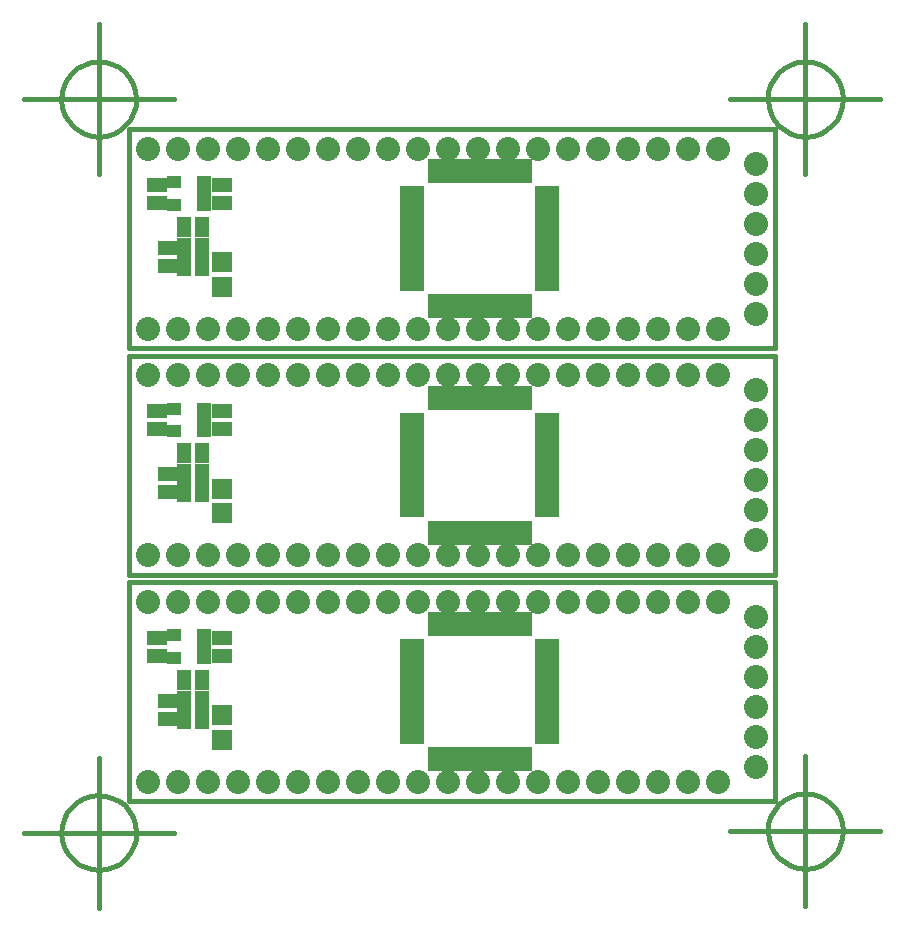
<source format=gts>
G04 (created by PCBNEW-RS274X (2010-03-14)-final) date dom 30 oct 2011 23:58:25 ART*
G01*
G70*
G90*
%MOIN*%
G04 Gerber Fmt 3.4, Leading zero omitted, Abs format*
%FSLAX34Y34*%
G04 APERTURE LIST*
%ADD10C,0.000000*%
%ADD11C,0.015000*%
%ADD12R,0.036000X0.080000*%
%ADD13R,0.080000X0.036000*%
%ADD14R,0.050000X0.040000*%
%ADD15R,0.065000X0.045000*%
%ADD16R,0.045000X0.065000*%
%ADD17R,0.067200X0.067200*%
%ADD18O,0.080000X0.080000*%
G04 APERTURE END LIST*
G54D10*
G54D11*
X79150Y-29750D02*
X79126Y-29992D01*
X79055Y-30226D01*
X78941Y-30441D01*
X78786Y-30630D01*
X78598Y-30786D01*
X78384Y-30902D01*
X78151Y-30974D01*
X77908Y-30999D01*
X77666Y-30977D01*
X77432Y-30908D01*
X77216Y-30795D01*
X77026Y-30643D01*
X76869Y-30456D01*
X76752Y-30242D01*
X76678Y-30009D01*
X76651Y-29767D01*
X76671Y-29525D01*
X76738Y-29290D01*
X76850Y-29073D01*
X77001Y-28882D01*
X77187Y-28724D01*
X77400Y-28605D01*
X77632Y-28530D01*
X77874Y-28501D01*
X78117Y-28519D01*
X78352Y-28585D01*
X78569Y-28695D01*
X78762Y-28845D01*
X78921Y-29030D01*
X79041Y-29242D01*
X79118Y-29474D01*
X79149Y-29716D01*
X79150Y-29750D01*
X75400Y-29750D02*
X80400Y-29750D01*
X77900Y-27250D02*
X77900Y-32250D01*
X79150Y-54150D02*
X79126Y-54392D01*
X79055Y-54626D01*
X78941Y-54841D01*
X78786Y-55030D01*
X78598Y-55186D01*
X78384Y-55302D01*
X78151Y-55374D01*
X77908Y-55399D01*
X77666Y-55377D01*
X77432Y-55308D01*
X77216Y-55195D01*
X77026Y-55043D01*
X76869Y-54856D01*
X76752Y-54642D01*
X76678Y-54409D01*
X76651Y-54167D01*
X76671Y-53925D01*
X76738Y-53690D01*
X76850Y-53473D01*
X77001Y-53282D01*
X77187Y-53124D01*
X77400Y-53005D01*
X77632Y-52930D01*
X77874Y-52901D01*
X78117Y-52919D01*
X78352Y-52985D01*
X78569Y-53095D01*
X78762Y-53245D01*
X78921Y-53430D01*
X79041Y-53642D01*
X79118Y-53874D01*
X79149Y-54116D01*
X79150Y-54150D01*
X75400Y-54150D02*
X80400Y-54150D01*
X77900Y-51650D02*
X77900Y-56650D01*
X55600Y-54200D02*
X55576Y-54442D01*
X55505Y-54676D01*
X55391Y-54891D01*
X55236Y-55080D01*
X55048Y-55236D01*
X54834Y-55352D01*
X54601Y-55424D01*
X54358Y-55449D01*
X54116Y-55427D01*
X53882Y-55358D01*
X53666Y-55245D01*
X53476Y-55093D01*
X53319Y-54906D01*
X53202Y-54692D01*
X53128Y-54459D01*
X53101Y-54217D01*
X53121Y-53975D01*
X53188Y-53740D01*
X53300Y-53523D01*
X53451Y-53332D01*
X53637Y-53174D01*
X53850Y-53055D01*
X54082Y-52980D01*
X54324Y-52951D01*
X54567Y-52969D01*
X54802Y-53035D01*
X55019Y-53145D01*
X55212Y-53295D01*
X55371Y-53480D01*
X55491Y-53692D01*
X55568Y-53924D01*
X55599Y-54166D01*
X55600Y-54200D01*
X51850Y-54200D02*
X56850Y-54200D01*
X54350Y-51700D02*
X54350Y-56700D01*
X55600Y-29750D02*
X55576Y-29992D01*
X55505Y-30226D01*
X55391Y-30441D01*
X55236Y-30630D01*
X55048Y-30786D01*
X54834Y-30902D01*
X54601Y-30974D01*
X54358Y-30999D01*
X54116Y-30977D01*
X53882Y-30908D01*
X53666Y-30795D01*
X53476Y-30643D01*
X53319Y-30456D01*
X53202Y-30242D01*
X53128Y-30009D01*
X53101Y-29767D01*
X53121Y-29525D01*
X53188Y-29290D01*
X53300Y-29073D01*
X53451Y-28882D01*
X53637Y-28724D01*
X53850Y-28605D01*
X54082Y-28530D01*
X54324Y-28501D01*
X54567Y-28519D01*
X54802Y-28585D01*
X55019Y-28695D01*
X55212Y-28845D01*
X55371Y-29030D01*
X55491Y-29242D01*
X55568Y-29474D01*
X55599Y-29716D01*
X55600Y-29750D01*
X51850Y-29750D02*
X56850Y-29750D01*
X54350Y-27250D02*
X54350Y-32250D01*
X76900Y-45850D02*
X76900Y-53150D01*
X76900Y-53150D02*
X55350Y-53150D01*
X55350Y-53150D02*
X55350Y-45850D01*
X55350Y-45850D02*
X76900Y-45850D01*
X55350Y-38300D02*
X76900Y-38300D01*
X55350Y-45600D02*
X55350Y-38300D01*
X76900Y-45600D02*
X55350Y-45600D01*
X76900Y-38300D02*
X76900Y-45600D01*
X55350Y-30750D02*
X76900Y-30750D01*
X55350Y-38050D02*
X55350Y-30750D01*
X76900Y-38050D02*
X55350Y-38050D01*
X76900Y-30750D02*
X76900Y-38050D01*
G54D12*
X67050Y-51750D03*
X67365Y-51750D03*
X67680Y-51750D03*
X67995Y-51750D03*
X68310Y-51750D03*
X68625Y-51750D03*
X66735Y-51750D03*
X66420Y-51750D03*
X66105Y-51750D03*
X65790Y-51750D03*
X65475Y-51750D03*
X67050Y-47250D03*
X67365Y-47250D03*
X67680Y-47250D03*
X67995Y-47250D03*
X68310Y-47250D03*
X68625Y-47250D03*
X66735Y-47250D03*
X66420Y-47250D03*
X66105Y-47250D03*
X65790Y-47250D03*
X65475Y-47250D03*
G54D13*
X69300Y-49500D03*
X64800Y-49500D03*
X69300Y-49185D03*
X64800Y-49185D03*
X64800Y-48870D03*
X69300Y-48870D03*
X69300Y-48555D03*
X64800Y-48555D03*
X64800Y-48240D03*
X69300Y-48240D03*
X69300Y-47925D03*
X64800Y-47925D03*
X64800Y-49815D03*
X69300Y-49815D03*
X69300Y-50130D03*
X64800Y-50130D03*
X64800Y-50445D03*
X69300Y-50445D03*
X69300Y-50760D03*
X64800Y-50760D03*
X64800Y-51075D03*
X69300Y-51075D03*
G54D14*
X57850Y-48375D03*
X57850Y-47625D03*
X56850Y-48375D03*
X57850Y-48000D03*
X56850Y-47625D03*
G54D15*
X58450Y-48300D03*
X58450Y-47700D03*
X56300Y-48300D03*
X56300Y-47700D03*
G54D16*
X57200Y-49100D03*
X57800Y-49100D03*
X57200Y-50400D03*
X57800Y-50400D03*
X57800Y-49800D03*
X57200Y-49800D03*
G54D15*
X56650Y-50400D03*
X56650Y-49800D03*
G54D17*
X58450Y-51113D03*
X58450Y-50287D03*
G54D18*
X56000Y-52500D03*
X57000Y-52500D03*
X58000Y-52500D03*
X59000Y-52500D03*
X60000Y-52500D03*
X61000Y-52500D03*
X62000Y-52500D03*
X63000Y-52500D03*
X64000Y-52500D03*
X65000Y-52500D03*
X66000Y-52500D03*
X67000Y-52500D03*
X68000Y-52500D03*
X69000Y-52500D03*
X70000Y-52500D03*
X71000Y-52500D03*
X72000Y-52500D03*
X73000Y-52500D03*
X74000Y-52500D03*
X75000Y-52500D03*
X56000Y-46500D03*
X57000Y-46500D03*
X58000Y-46500D03*
X59000Y-46500D03*
X60000Y-46500D03*
X61000Y-46500D03*
X62000Y-46500D03*
X63000Y-46500D03*
X64000Y-46500D03*
X65000Y-46500D03*
X66000Y-46500D03*
X67000Y-46500D03*
X68000Y-46500D03*
X69000Y-46500D03*
X70000Y-46500D03*
X71000Y-46500D03*
X72000Y-46500D03*
X73000Y-46500D03*
X74000Y-46500D03*
X75000Y-46500D03*
X76250Y-47000D03*
X76250Y-48000D03*
X76250Y-49000D03*
X76250Y-50000D03*
X76250Y-51000D03*
X76250Y-52000D03*
X76250Y-39450D03*
X76250Y-40450D03*
X76250Y-41450D03*
X76250Y-42450D03*
X76250Y-43450D03*
X76250Y-44450D03*
X56000Y-38950D03*
X57000Y-38950D03*
X58000Y-38950D03*
X59000Y-38950D03*
X60000Y-38950D03*
X61000Y-38950D03*
X62000Y-38950D03*
X63000Y-38950D03*
X64000Y-38950D03*
X65000Y-38950D03*
X66000Y-38950D03*
X67000Y-38950D03*
X68000Y-38950D03*
X69000Y-38950D03*
X70000Y-38950D03*
X71000Y-38950D03*
X72000Y-38950D03*
X73000Y-38950D03*
X74000Y-38950D03*
X75000Y-38950D03*
X56000Y-44950D03*
X57000Y-44950D03*
X58000Y-44950D03*
X59000Y-44950D03*
X60000Y-44950D03*
X61000Y-44950D03*
X62000Y-44950D03*
X63000Y-44950D03*
X64000Y-44950D03*
X65000Y-44950D03*
X66000Y-44950D03*
X67000Y-44950D03*
X68000Y-44950D03*
X69000Y-44950D03*
X70000Y-44950D03*
X71000Y-44950D03*
X72000Y-44950D03*
X73000Y-44950D03*
X74000Y-44950D03*
X75000Y-44950D03*
G54D17*
X58450Y-43563D03*
X58450Y-42737D03*
G54D15*
X56650Y-42850D03*
X56650Y-42250D03*
G54D16*
X57800Y-42250D03*
X57200Y-42250D03*
X57200Y-42850D03*
X57800Y-42850D03*
X57200Y-41550D03*
X57800Y-41550D03*
G54D15*
X56300Y-40750D03*
X56300Y-40150D03*
X58450Y-40750D03*
X58450Y-40150D03*
G54D14*
X57850Y-40825D03*
X57850Y-40075D03*
X56850Y-40825D03*
X57850Y-40450D03*
X56850Y-40075D03*
G54D12*
X67050Y-44200D03*
X67365Y-44200D03*
X67680Y-44200D03*
X67995Y-44200D03*
X68310Y-44200D03*
X68625Y-44200D03*
X66735Y-44200D03*
X66420Y-44200D03*
X66105Y-44200D03*
X65790Y-44200D03*
X65475Y-44200D03*
X67050Y-39700D03*
X67365Y-39700D03*
X67680Y-39700D03*
X67995Y-39700D03*
X68310Y-39700D03*
X68625Y-39700D03*
X66735Y-39700D03*
X66420Y-39700D03*
X66105Y-39700D03*
X65790Y-39700D03*
X65475Y-39700D03*
G54D13*
X69300Y-41950D03*
X64800Y-41950D03*
X69300Y-41635D03*
X64800Y-41635D03*
X64800Y-41320D03*
X69300Y-41320D03*
X69300Y-41005D03*
X64800Y-41005D03*
X64800Y-40690D03*
X69300Y-40690D03*
X69300Y-40375D03*
X64800Y-40375D03*
X64800Y-42265D03*
X69300Y-42265D03*
X69300Y-42580D03*
X64800Y-42580D03*
X64800Y-42895D03*
X69300Y-42895D03*
X69300Y-43210D03*
X64800Y-43210D03*
X64800Y-43525D03*
X69300Y-43525D03*
G54D18*
X76250Y-31900D03*
X76250Y-32900D03*
X76250Y-33900D03*
X76250Y-34900D03*
X76250Y-35900D03*
X76250Y-36900D03*
X56000Y-31400D03*
X57000Y-31400D03*
X58000Y-31400D03*
X59000Y-31400D03*
X60000Y-31400D03*
X61000Y-31400D03*
X62000Y-31400D03*
X63000Y-31400D03*
X64000Y-31400D03*
X65000Y-31400D03*
X66000Y-31400D03*
X67000Y-31400D03*
X68000Y-31400D03*
X69000Y-31400D03*
X70000Y-31400D03*
X71000Y-31400D03*
X72000Y-31400D03*
X73000Y-31400D03*
X74000Y-31400D03*
X75000Y-31400D03*
X56000Y-37400D03*
X57000Y-37400D03*
X58000Y-37400D03*
X59000Y-37400D03*
X60000Y-37400D03*
X61000Y-37400D03*
X62000Y-37400D03*
X63000Y-37400D03*
X64000Y-37400D03*
X65000Y-37400D03*
X66000Y-37400D03*
X67000Y-37400D03*
X68000Y-37400D03*
X69000Y-37400D03*
X70000Y-37400D03*
X71000Y-37400D03*
X72000Y-37400D03*
X73000Y-37400D03*
X74000Y-37400D03*
X75000Y-37400D03*
G54D17*
X58450Y-36013D03*
X58450Y-35187D03*
G54D15*
X56650Y-35300D03*
X56650Y-34700D03*
G54D16*
X57800Y-34700D03*
X57200Y-34700D03*
X57200Y-35300D03*
X57800Y-35300D03*
X57200Y-34000D03*
X57800Y-34000D03*
G54D15*
X56300Y-33200D03*
X56300Y-32600D03*
X58450Y-33200D03*
X58450Y-32600D03*
G54D14*
X57850Y-33275D03*
X57850Y-32525D03*
X56850Y-33275D03*
X57850Y-32900D03*
X56850Y-32525D03*
G54D12*
X67050Y-36650D03*
X67365Y-36650D03*
X67680Y-36650D03*
X67995Y-36650D03*
X68310Y-36650D03*
X68625Y-36650D03*
X66735Y-36650D03*
X66420Y-36650D03*
X66105Y-36650D03*
X65790Y-36650D03*
X65475Y-36650D03*
X67050Y-32150D03*
X67365Y-32150D03*
X67680Y-32150D03*
X67995Y-32150D03*
X68310Y-32150D03*
X68625Y-32150D03*
X66735Y-32150D03*
X66420Y-32150D03*
X66105Y-32150D03*
X65790Y-32150D03*
X65475Y-32150D03*
G54D13*
X69300Y-34400D03*
X64800Y-34400D03*
X69300Y-34085D03*
X64800Y-34085D03*
X64800Y-33770D03*
X69300Y-33770D03*
X69300Y-33455D03*
X64800Y-33455D03*
X64800Y-33140D03*
X69300Y-33140D03*
X69300Y-32825D03*
X64800Y-32825D03*
X64800Y-34715D03*
X69300Y-34715D03*
X69300Y-35030D03*
X64800Y-35030D03*
X64800Y-35345D03*
X69300Y-35345D03*
X69300Y-35660D03*
X64800Y-35660D03*
X64800Y-35975D03*
X69300Y-35975D03*
M02*

</source>
